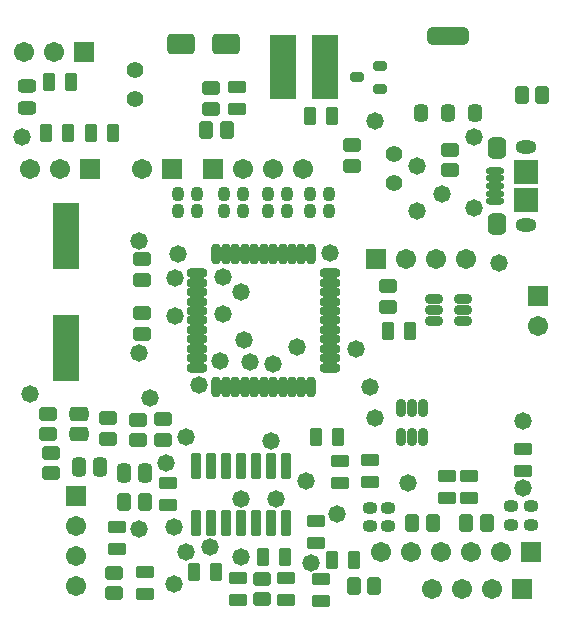
<source format=gts>
G04*
G04 #@! TF.GenerationSoftware,Altium Limited,Altium Designer,18.1.5 (160)*
G04*
G04 Layer_Color=8388736*
%FSLAX25Y25*%
%MOIN*%
G70*
G01*
G75*
G04:AMPARAMS|DCode=37|XSize=47.76mil|YSize=32.02mil|CornerRadius=9.88mil|HoleSize=0mil|Usage=FLASHONLY|Rotation=0.000|XOffset=0mil|YOffset=0mil|HoleType=Round|Shape=RoundedRectangle|*
%AMROUNDEDRECTD37*
21,1,0.04776,0.01225,0,0,0.0*
21,1,0.02800,0.03202,0,0,0.0*
1,1,0.01977,0.01400,-0.00612*
1,1,0.01977,-0.01400,-0.00612*
1,1,0.01977,-0.01400,0.00612*
1,1,0.01977,0.01400,0.00612*
%
%ADD37ROUNDEDRECTD37*%
G04:AMPARAMS|DCode=38|XSize=57.61mil|YSize=137.92mil|CornerRadius=13.92mil|HoleSize=0mil|Usage=FLASHONLY|Rotation=90.000|XOffset=0mil|YOffset=0mil|HoleType=Round|Shape=RoundedRectangle|*
%AMROUNDEDRECTD38*
21,1,0.05761,0.11008,0,0,90.0*
21,1,0.02976,0.13792,0,0,90.0*
1,1,0.02784,0.05504,0.01488*
1,1,0.02784,0.05504,-0.01488*
1,1,0.02784,-0.05504,-0.01488*
1,1,0.02784,-0.05504,0.01488*
%
%ADD38ROUNDEDRECTD38*%
G04:AMPARAMS|DCode=39|XSize=57.61mil|YSize=46.98mil|CornerRadius=13.94mil|HoleSize=0mil|Usage=FLASHONLY|Rotation=270.000|XOffset=0mil|YOffset=0mil|HoleType=Round|Shape=RoundedRectangle|*
%AMROUNDEDRECTD39*
21,1,0.05761,0.01910,0,0,270.0*
21,1,0.02973,0.04698,0,0,270.0*
1,1,0.02788,-0.00955,-0.01486*
1,1,0.02788,-0.00955,0.01486*
1,1,0.02788,0.00955,0.01486*
1,1,0.02788,0.00955,-0.01486*
%
%ADD39ROUNDEDRECTD39*%
G04:AMPARAMS|DCode=40|XSize=47.37mil|YSize=62.33mil|CornerRadius=13.84mil|HoleSize=0mil|Usage=FLASHONLY|Rotation=180.000|XOffset=0mil|YOffset=0mil|HoleType=Round|Shape=RoundedRectangle|*
%AMROUNDEDRECTD40*
21,1,0.04737,0.03465,0,0,180.0*
21,1,0.01968,0.06233,0,0,180.0*
1,1,0.02769,-0.00984,0.01732*
1,1,0.02769,0.00984,0.01732*
1,1,0.02769,0.00984,-0.01732*
1,1,0.02769,-0.00984,-0.01732*
%
%ADD40ROUNDEDRECTD40*%
%ADD41R,0.07887X0.08280*%
G04:AMPARAMS|DCode=42|XSize=70.99mil|YSize=63.12mil|CornerRadius=17.78mil|HoleSize=0mil|Usage=FLASHONLY|Rotation=90.000|XOffset=0mil|YOffset=0mil|HoleType=Round|Shape=RoundedRectangle|*
%AMROUNDEDRECTD42*
21,1,0.07099,0.02756,0,0,90.0*
21,1,0.03543,0.06312,0,0,90.0*
1,1,0.03556,0.01378,0.01772*
1,1,0.03556,0.01378,-0.01772*
1,1,0.03556,-0.01378,-0.01772*
1,1,0.03556,-0.01378,0.01772*
%
%ADD42ROUNDEDRECTD42*%
%ADD43O,0.06115X0.02375*%
G04:AMPARAMS|DCode=44|XSize=47.37mil|YSize=62.33mil|CornerRadius=13.84mil|HoleSize=0mil|Usage=FLASHONLY|Rotation=90.000|XOffset=0mil|YOffset=0mil|HoleType=Round|Shape=RoundedRectangle|*
%AMROUNDEDRECTD44*
21,1,0.04737,0.03465,0,0,90.0*
21,1,0.01968,0.06233,0,0,90.0*
1,1,0.02769,0.01732,0.00984*
1,1,0.02769,0.01732,-0.00984*
1,1,0.02769,-0.01732,-0.00984*
1,1,0.02769,-0.01732,0.00984*
%
%ADD44ROUNDEDRECTD44*%
G04:AMPARAMS|DCode=45|XSize=42.25mil|YSize=62.33mil|CornerRadius=12.73mil|HoleSize=0mil|Usage=FLASHONLY|Rotation=180.000|XOffset=0mil|YOffset=0mil|HoleType=Round|Shape=RoundedRectangle|*
%AMROUNDEDRECTD45*
21,1,0.04225,0.03686,0,0,180.0*
21,1,0.01678,0.06233,0,0,180.0*
1,1,0.02547,-0.00839,0.01843*
1,1,0.02547,0.00839,0.01843*
1,1,0.02547,0.00839,-0.01843*
1,1,0.02547,-0.00839,-0.01843*
%
%ADD45ROUNDEDRECTD45*%
G04:AMPARAMS|DCode=46|XSize=42.25mil|YSize=62.33mil|CornerRadius=12.73mil|HoleSize=0mil|Usage=FLASHONLY|Rotation=90.000|XOffset=0mil|YOffset=0mil|HoleType=Round|Shape=RoundedRectangle|*
%AMROUNDEDRECTD46*
21,1,0.04225,0.03686,0,0,90.0*
21,1,0.01678,0.06233,0,0,90.0*
1,1,0.02547,0.01843,0.00839*
1,1,0.02547,0.01843,-0.00839*
1,1,0.02547,-0.01843,-0.00839*
1,1,0.02547,-0.01843,0.00839*
%
%ADD46ROUNDEDRECTD46*%
G04:AMPARAMS|DCode=47|XSize=43.83mil|YSize=62.33mil|CornerRadius=13.14mil|HoleSize=0mil|Usage=FLASHONLY|Rotation=90.000|XOffset=0mil|YOffset=0mil|HoleType=Round|Shape=RoundedRectangle|*
%AMROUNDEDRECTD47*
21,1,0.04383,0.03606,0,0,90.0*
21,1,0.01756,0.06233,0,0,90.0*
1,1,0.02627,0.01803,0.00878*
1,1,0.02627,0.01803,-0.00878*
1,1,0.02627,-0.01803,-0.00878*
1,1,0.02627,-0.01803,0.00878*
%
%ADD47ROUNDEDRECTD47*%
G04:AMPARAMS|DCode=48|XSize=48.55mil|YSize=63.91mil|CornerRadius=13.94mil|HoleSize=0mil|Usage=FLASHONLY|Rotation=90.000|XOffset=0mil|YOffset=0mil|HoleType=Round|Shape=RoundedRectangle|*
%AMROUNDEDRECTD48*
21,1,0.04855,0.03604,0,0,90.0*
21,1,0.02068,0.06391,0,0,90.0*
1,1,0.02787,0.01802,0.01034*
1,1,0.02787,0.01802,-0.01034*
1,1,0.02787,-0.01802,-0.01034*
1,1,0.02787,-0.01802,0.01034*
%
%ADD48ROUNDEDRECTD48*%
G04:AMPARAMS|DCode=49|XSize=37.13mil|YSize=44.61mil|CornerRadius=11.43mil|HoleSize=0mil|Usage=FLASHONLY|Rotation=270.000|XOffset=0mil|YOffset=0mil|HoleType=Round|Shape=RoundedRectangle|*
%AMROUNDEDRECTD49*
21,1,0.03713,0.02176,0,0,270.0*
21,1,0.01428,0.04461,0,0,270.0*
1,1,0.02286,-0.01088,-0.00714*
1,1,0.02286,-0.01088,0.00714*
1,1,0.02286,0.01088,0.00714*
1,1,0.02286,0.01088,-0.00714*
%
%ADD49ROUNDEDRECTD49*%
G04:AMPARAMS|DCode=50|XSize=89.5mil|YSize=33.98mil|CornerRadius=10.76mil|HoleSize=0mil|Usage=FLASHONLY|Rotation=90.000|XOffset=0mil|YOffset=0mil|HoleType=Round|Shape=RoundedRectangle|*
%AMROUNDEDRECTD50*
21,1,0.08950,0.01247,0,0,90.0*
21,1,0.06798,0.03398,0,0,90.0*
1,1,0.02151,0.00624,0.03399*
1,1,0.02151,0.00624,-0.03399*
1,1,0.02151,-0.00624,-0.03399*
1,1,0.02151,-0.00624,0.03399*
%
%ADD50ROUNDEDRECTD50*%
G04:AMPARAMS|DCode=51|XSize=93.83mil|YSize=67.45mil|CornerRadius=13.81mil|HoleSize=0mil|Usage=FLASHONLY|Rotation=0.000|XOffset=0mil|YOffset=0mil|HoleType=Round|Shape=RoundedRectangle|*
%AMROUNDEDRECTD51*
21,1,0.09383,0.03983,0,0,0.0*
21,1,0.06621,0.06745,0,0,0.0*
1,1,0.02762,0.03310,-0.01991*
1,1,0.02762,-0.03310,-0.01991*
1,1,0.02762,-0.03310,0.01991*
1,1,0.02762,0.03310,0.01991*
%
%ADD51ROUNDEDRECTD51*%
G04:AMPARAMS|DCode=52|XSize=56.82mil|YSize=32.02mil|CornerRadius=9.88mil|HoleSize=0mil|Usage=FLASHONLY|Rotation=270.000|XOffset=0mil|YOffset=0mil|HoleType=Round|Shape=RoundedRectangle|*
%AMROUNDEDRECTD52*
21,1,0.05682,0.01225,0,0,270.0*
21,1,0.03705,0.03202,0,0,270.0*
1,1,0.01977,-0.00612,-0.01853*
1,1,0.01977,-0.00612,0.01853*
1,1,0.01977,0.00612,0.01853*
1,1,0.01977,0.00612,-0.01853*
%
%ADD52ROUNDEDRECTD52*%
%ADD53R,0.08674X0.21666*%
%ADD54R,0.08674X0.22453*%
G04:AMPARAMS|DCode=55|XSize=48.55mil|YSize=63.91mil|CornerRadius=13.94mil|HoleSize=0mil|Usage=FLASHONLY|Rotation=0.000|XOffset=0mil|YOffset=0mil|HoleType=Round|Shape=RoundedRectangle|*
%AMROUNDEDRECTD55*
21,1,0.04855,0.03604,0,0,0.0*
21,1,0.02068,0.06391,0,0,0.0*
1,1,0.02787,0.01034,-0.01802*
1,1,0.02787,-0.01034,-0.01802*
1,1,0.02787,-0.01034,0.01802*
1,1,0.02787,0.01034,0.01802*
%
%ADD55ROUNDEDRECTD55*%
G04:AMPARAMS|DCode=56|XSize=67.06mil|YSize=30.44mil|CornerRadius=9.5mil|HoleSize=0mil|Usage=FLASHONLY|Rotation=180.000|XOffset=0mil|YOffset=0mil|HoleType=Round|Shape=RoundedRectangle|*
%AMROUNDEDRECTD56*
21,1,0.06706,0.01145,0,0,180.0*
21,1,0.04806,0.03044,0,0,180.0*
1,1,0.01900,-0.02403,0.00572*
1,1,0.01900,0.02403,0.00572*
1,1,0.01900,0.02403,-0.00572*
1,1,0.01900,-0.02403,-0.00572*
%
%ADD56ROUNDEDRECTD56*%
G04:AMPARAMS|DCode=57|XSize=67.06mil|YSize=30.44mil|CornerRadius=9.5mil|HoleSize=0mil|Usage=FLASHONLY|Rotation=90.000|XOffset=0mil|YOffset=0mil|HoleType=Round|Shape=RoundedRectangle|*
%AMROUNDEDRECTD57*
21,1,0.06706,0.01145,0,0,90.0*
21,1,0.04806,0.03044,0,0,90.0*
1,1,0.01900,0.00572,0.02403*
1,1,0.01900,0.00572,-0.02403*
1,1,0.01900,-0.00572,-0.02403*
1,1,0.01900,-0.00572,0.02403*
%
%ADD57ROUNDEDRECTD57*%
G04:AMPARAMS|DCode=58|XSize=56.82mil|YSize=32.02mil|CornerRadius=9.88mil|HoleSize=0mil|Usage=FLASHONLY|Rotation=180.000|XOffset=0mil|YOffset=0mil|HoleType=Round|Shape=RoundedRectangle|*
%AMROUNDEDRECTD58*
21,1,0.05682,0.01225,0,0,180.0*
21,1,0.03705,0.03202,0,0,180.0*
1,1,0.01977,-0.01853,0.00612*
1,1,0.01977,0.01853,0.00612*
1,1,0.01977,0.01853,-0.00612*
1,1,0.01977,-0.01853,-0.00612*
%
%ADD58ROUNDEDRECTD58*%
G04:AMPARAMS|DCode=59|XSize=37.13mil|YSize=44.61mil|CornerRadius=11.43mil|HoleSize=0mil|Usage=FLASHONLY|Rotation=0.000|XOffset=0mil|YOffset=0mil|HoleType=Round|Shape=RoundedRectangle|*
%AMROUNDEDRECTD59*
21,1,0.03713,0.02176,0,0,0.0*
21,1,0.01428,0.04461,0,0,0.0*
1,1,0.02286,0.00714,-0.01088*
1,1,0.02286,-0.00714,-0.01088*
1,1,0.02286,-0.00714,0.01088*
1,1,0.02286,0.00714,0.01088*
%
%ADD59ROUNDEDRECTD59*%
%ADD60R,0.06706X0.06706*%
%ADD61C,0.06706*%
%ADD62O,0.07099X0.04343*%
%ADD63C,0.05524*%
%ADD64R,0.06706X0.06706*%
%ADD65C,0.05800*%
D37*
X626260Y477260D02*
D03*
Y484740D02*
D03*
X618740Y481000D02*
D03*
D38*
X649000Y494874D02*
D03*
D39*
X658016Y469126D02*
D03*
X649000D02*
D03*
X639984D02*
D03*
D40*
X673595Y475000D02*
D03*
X680406D02*
D03*
X661905Y332500D02*
D03*
X655094D02*
D03*
X541094Y339500D02*
D03*
X547905D02*
D03*
X568347Y463500D02*
D03*
X575157D02*
D03*
X643905Y332453D02*
D03*
X637094D02*
D03*
X624405Y311500D02*
D03*
X617594D02*
D03*
D41*
X675000Y449500D02*
D03*
Y440051D02*
D03*
D42*
X665354Y457374D02*
D03*
Y432177D02*
D03*
D43*
X664468Y444776D02*
D03*
Y442216D02*
D03*
Y439657D02*
D03*
Y449894D02*
D03*
Y447335D02*
D03*
D44*
X649661Y456906D02*
D03*
Y450095D02*
D03*
X617000Y458405D02*
D03*
Y451594D02*
D03*
X629000Y411406D02*
D03*
Y404595D02*
D03*
X587000Y307095D02*
D03*
Y313906D02*
D03*
X570000Y470595D02*
D03*
Y477406D02*
D03*
X516500Y355906D02*
D03*
Y349095D02*
D03*
X554000Y360169D02*
D03*
Y366980D02*
D03*
X535500Y360595D02*
D03*
Y367406D02*
D03*
X545500Y360020D02*
D03*
Y366831D02*
D03*
X515500Y368831D02*
D03*
Y362020D02*
D03*
X537500Y315905D02*
D03*
Y309095D02*
D03*
X546888Y420405D02*
D03*
Y413594D02*
D03*
Y402406D02*
D03*
Y395595D02*
D03*
D45*
X602945Y468000D02*
D03*
X610268D02*
D03*
X514839Y462500D02*
D03*
X522161D02*
D03*
X529839D02*
D03*
X537161D02*
D03*
X515839Y479500D02*
D03*
X523161D02*
D03*
X571661Y316000D02*
D03*
X564339D02*
D03*
X594661Y321066D02*
D03*
X587339D02*
D03*
X604839Y361000D02*
D03*
X612161D02*
D03*
X617661Y320114D02*
D03*
X610339D02*
D03*
X628839Y396500D02*
D03*
X636161D02*
D03*
D46*
X578500Y477661D02*
D03*
Y470339D02*
D03*
X555500Y338339D02*
D03*
Y345661D02*
D03*
X538500Y331193D02*
D03*
Y323870D02*
D03*
X547905Y316161D02*
D03*
Y308839D02*
D03*
X579000Y306839D02*
D03*
Y314161D02*
D03*
X595000D02*
D03*
Y306839D02*
D03*
X605000Y333161D02*
D03*
Y325839D02*
D03*
X606500Y313661D02*
D03*
Y306339D02*
D03*
X613000Y345839D02*
D03*
Y353161D02*
D03*
X622925Y346177D02*
D03*
Y353500D02*
D03*
X656000Y340839D02*
D03*
Y348161D02*
D03*
X648685Y340839D02*
D03*
Y348161D02*
D03*
X674000Y357161D02*
D03*
Y349839D02*
D03*
D47*
X508500Y478083D02*
D03*
Y470917D02*
D03*
D48*
X526000Y368945D02*
D03*
Y362095D02*
D03*
D49*
X670000Y331870D02*
D03*
Y338130D02*
D03*
X676500D02*
D03*
Y331870D02*
D03*
X629000Y331370D02*
D03*
Y337630D02*
D03*
X623000D02*
D03*
Y331370D02*
D03*
D50*
X595000Y351547D02*
D03*
X590000D02*
D03*
X585000D02*
D03*
X580000D02*
D03*
X575000D02*
D03*
X570000D02*
D03*
X565000D02*
D03*
Y332453D02*
D03*
X570000D02*
D03*
X575000D02*
D03*
X580000D02*
D03*
X585000D02*
D03*
X590000D02*
D03*
X595000D02*
D03*
D51*
X575079Y492000D02*
D03*
X560000D02*
D03*
D52*
X640740Y361138D02*
D03*
X637000D02*
D03*
X633260D02*
D03*
Y370862D02*
D03*
X637000D02*
D03*
X640740D02*
D03*
D53*
X608087Y484500D02*
D03*
X593913D02*
D03*
D54*
X521500Y390890D02*
D03*
Y428291D02*
D03*
D55*
X547925Y349000D02*
D03*
X541075D02*
D03*
X526075Y351000D02*
D03*
X532925D02*
D03*
D56*
X565335Y384252D02*
D03*
Y387402D02*
D03*
Y390551D02*
D03*
Y393701D02*
D03*
Y396850D02*
D03*
Y400000D02*
D03*
Y403150D02*
D03*
Y406299D02*
D03*
Y409449D02*
D03*
Y412598D02*
D03*
Y415748D02*
D03*
X609665D02*
D03*
Y412598D02*
D03*
Y409449D02*
D03*
Y406299D02*
D03*
Y403150D02*
D03*
Y400000D02*
D03*
Y396850D02*
D03*
Y393701D02*
D03*
Y390551D02*
D03*
Y387402D02*
D03*
Y384252D02*
D03*
D57*
X571752Y422165D02*
D03*
X574902D02*
D03*
X578051D02*
D03*
X581201D02*
D03*
X584350D02*
D03*
X587500D02*
D03*
X590650D02*
D03*
X593799D02*
D03*
X596949D02*
D03*
X600098D02*
D03*
X603248D02*
D03*
Y377835D02*
D03*
X600098D02*
D03*
X596949D02*
D03*
X593799D02*
D03*
X590650D02*
D03*
X587500D02*
D03*
X584350D02*
D03*
X581201D02*
D03*
X578051D02*
D03*
X574902D02*
D03*
X571752D02*
D03*
D58*
X644138Y399760D02*
D03*
Y403500D02*
D03*
Y407240D02*
D03*
X653862D02*
D03*
Y403500D02*
D03*
Y399760D02*
D03*
D59*
X565130Y442000D02*
D03*
X558870D02*
D03*
Y436500D02*
D03*
X565130D02*
D03*
X574370Y442000D02*
D03*
X580630D02*
D03*
Y436500D02*
D03*
X574370D02*
D03*
X588870Y442000D02*
D03*
X595130D02*
D03*
Y436500D02*
D03*
X588870D02*
D03*
X602945Y442158D02*
D03*
X609205D02*
D03*
Y436500D02*
D03*
X602945D02*
D03*
D60*
X625000Y420500D02*
D03*
X527500Y489500D02*
D03*
X673575Y310500D02*
D03*
X676500Y322953D02*
D03*
X557000Y450500D02*
D03*
X570500D02*
D03*
X529500Y450461D02*
D03*
D61*
X635000Y420500D02*
D03*
X645000D02*
D03*
X655000D02*
D03*
X517500Y489500D02*
D03*
X507500D02*
D03*
X663575Y310500D02*
D03*
X653575D02*
D03*
X643575D02*
D03*
X626500Y322953D02*
D03*
X636500D02*
D03*
X646500D02*
D03*
X656500D02*
D03*
X666500D02*
D03*
X679000Y398000D02*
D03*
X547000Y450500D02*
D03*
X600500D02*
D03*
X590500D02*
D03*
X580500D02*
D03*
X525000Y311500D02*
D03*
Y321500D02*
D03*
Y331500D02*
D03*
X519500Y450461D02*
D03*
X509500D02*
D03*
D62*
X675000Y457768D02*
D03*
Y431783D02*
D03*
D63*
X544500Y483500D02*
D03*
Y473658D02*
D03*
X631000Y455500D02*
D03*
Y445657D02*
D03*
D64*
X679000Y408000D02*
D03*
X525000Y341500D02*
D03*
D65*
X601500Y346500D02*
D03*
X591500Y340500D02*
D03*
X580000D02*
D03*
X545864Y426421D02*
D03*
X603339Y319000D02*
D03*
X611779Y335500D02*
D03*
X583000Y386000D02*
D03*
X590500Y385500D02*
D03*
X598500Y391000D02*
D03*
X573000Y386500D02*
D03*
X558000Y401500D02*
D03*
X574000Y402000D02*
D03*
X581000Y393500D02*
D03*
X561500Y322953D02*
D03*
X579934Y321000D02*
D03*
X569654Y324500D02*
D03*
X635500Y345661D02*
D03*
X674000Y366500D02*
D03*
X624500Y367500D02*
D03*
X622925Y377835D02*
D03*
X557500Y312000D02*
D03*
X674000Y344000D02*
D03*
X509500Y375500D02*
D03*
X546000Y389000D02*
D03*
X507000Y461000D02*
D03*
X558000Y414000D02*
D03*
X618236Y390500D02*
D03*
X647000Y442000D02*
D03*
X666000Y419000D02*
D03*
X557500Y331000D02*
D03*
X559000Y422165D02*
D03*
X549500Y374000D02*
D03*
X555000Y352500D02*
D03*
X546000Y330500D02*
D03*
X580000Y409500D02*
D03*
X574079Y414421D02*
D03*
X566000Y378500D02*
D03*
X638500Y436500D02*
D03*
Y451500D02*
D03*
X624500Y466500D02*
D03*
X609665Y422465D02*
D03*
X657500Y461000D02*
D03*
Y437500D02*
D03*
X561500Y361000D02*
D03*
X590000Y359661D02*
D03*
M02*

</source>
